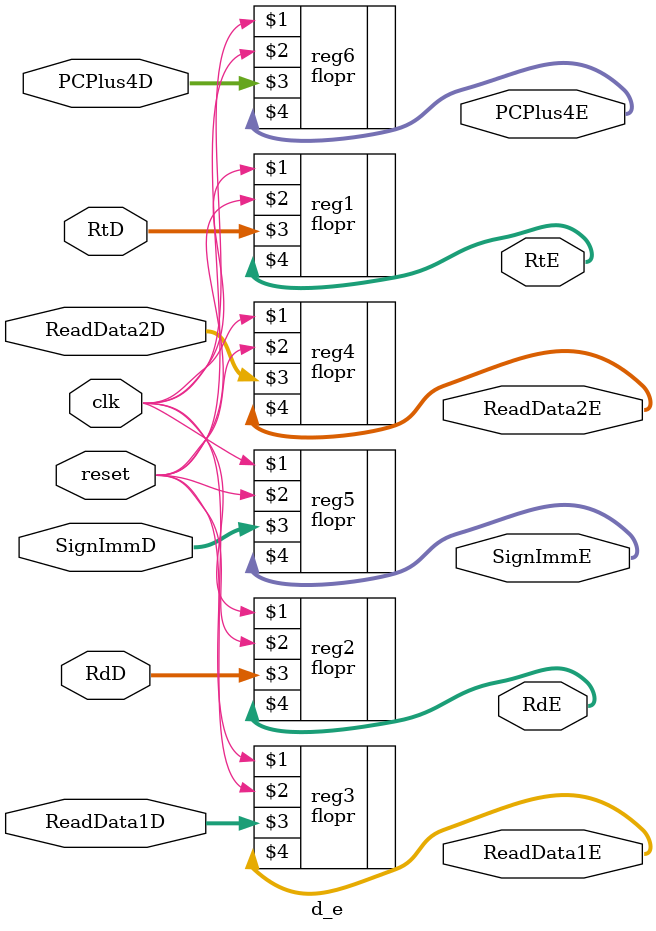
<source format=sv>
module d_e (
    input logic clk, reset,
    input logic[4:0] RtD, RdD,
    input logic[31:0] ReadData1D, ReadData2D,
    input logic[31:0] SignImmD,
    input logic[31:0] PCPlus4D,
    output logic[4:0] RtE, RdE,
    output logic[31:0] ReadData1E, ReadData2E,
    output logic[31:0] SignImmE,
    output logic[31:0] PCPlus4E
);
 
 flopr #(5) reg1(clk, reset, RtD, RtE);
 flopr #(5) reg2(clk, reset, RdD, RdE);
 flopr #(32) reg3(clk, reset, ReadData1D, ReadData1E);
 flopr #(32) reg4(clk, reset, ReadData2D, ReadData2E);
 flopr #(32) reg5(clk, reset, SignImmD, SignImmE);
 flopr #(32) reg6(clk, reset, PCPlus4D, PCPlus4E);
 
endmodule
</source>
